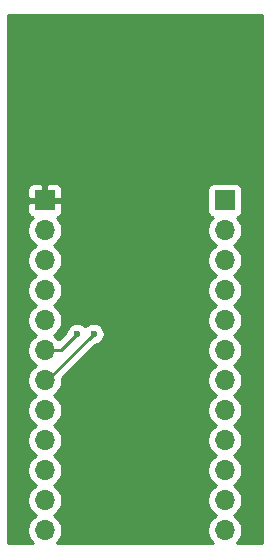
<source format=gbr>
%TF.GenerationSoftware,KiCad,Pcbnew,5.1.10-88a1d61d58~90~ubuntu20.04.1*%
%TF.CreationDate,2021-07-31T22:23:30+02:00*%
%TF.ProjectId,dwm_nano_shield,64776d5f-6e61-46e6-9f5f-736869656c64,rev?*%
%TF.SameCoordinates,Original*%
%TF.FileFunction,Copper,L2,Bot*%
%TF.FilePolarity,Positive*%
%FSLAX46Y46*%
G04 Gerber Fmt 4.6, Leading zero omitted, Abs format (unit mm)*
G04 Created by KiCad (PCBNEW 5.1.10-88a1d61d58~90~ubuntu20.04.1) date 2021-07-31 22:23:30*
%MOMM*%
%LPD*%
G01*
G04 APERTURE LIST*
%TA.AperFunction,ComponentPad*%
%ADD10O,1.700000X1.700000*%
%TD*%
%TA.AperFunction,ComponentPad*%
%ADD11R,1.700000X1.700000*%
%TD*%
%TA.AperFunction,ViaPad*%
%ADD12C,0.600000*%
%TD*%
%TA.AperFunction,Conductor*%
%ADD13C,0.250000*%
%TD*%
%TA.AperFunction,Conductor*%
%ADD14C,0.254000*%
%TD*%
%TA.AperFunction,Conductor*%
%ADD15C,0.100000*%
%TD*%
G04 APERTURE END LIST*
D10*
%TO.P,P2,12*%
%TO.N,/13*%
X154686000Y-106807000D03*
%TO.P,P2,11*%
%TO.N,+3V3*%
X154686000Y-104267000D03*
%TO.P,P2,10*%
%TO.N,/AREF*%
X154686000Y-101727000D03*
%TO.P,P2,9*%
%TO.N,/A0*%
X154686000Y-99187000D03*
%TO.P,P2,8*%
%TO.N,/A1*%
X154686000Y-96647000D03*
%TO.P,P2,7*%
%TO.N,/A2*%
X154686000Y-94107000D03*
%TO.P,P2,6*%
%TO.N,/A3*%
X154686000Y-91567000D03*
%TO.P,P2,5*%
%TO.N,/A4(SCK)*%
X154686000Y-89027000D03*
%TO.P,P2,4*%
%TO.N,/A5(MISO)*%
X154686000Y-86487000D03*
%TO.P,P2,3*%
%TO.N,/A6(MOSI)*%
X154686000Y-83947000D03*
%TO.P,P2,2*%
%TO.N,/A7(SS)*%
X154686000Y-81407000D03*
D11*
%TO.P,P2,1*%
%TO.N,Net-(P2-Pad1)*%
X154686000Y-78867000D03*
%TD*%
D10*
%TO.P,P1,12*%
%TO.N,/D12*%
X139446000Y-106807000D03*
%TO.P,P1,11*%
%TO.N,/D11*%
X139446000Y-104267000D03*
%TO.P,P1,10*%
%TO.N,/D10*%
X139446000Y-101727000D03*
%TO.P,P1,9*%
%TO.N,/D9*%
X139446000Y-99187000D03*
%TO.P,P1,8*%
%TO.N,/D8*%
X139446000Y-96647000D03*
%TO.P,P1,7*%
%TO.N,/D7*%
X139446000Y-94107000D03*
%TO.P,P1,6*%
%TO.N,/D6*%
X139446000Y-91567000D03*
%TO.P,P1,5*%
%TO.N,/D5*%
X139446000Y-89027000D03*
%TO.P,P1,4*%
%TO.N,/D4*%
X139446000Y-86487000D03*
%TO.P,P1,3*%
%TO.N,/D3*%
X139446000Y-83947000D03*
%TO.P,P1,2*%
%TO.N,/D2*%
X139446000Y-81407000D03*
D11*
%TO.P,P1,1*%
%TO.N,GND*%
X139446000Y-78867000D03*
%TD*%
D12*
%TO.N,GND*%
X144780000Y-84328000D03*
X149352000Y-84328000D03*
X138430000Y-69342000D03*
X151511000Y-73152000D03*
X150622000Y-73533000D03*
X145669000Y-73533000D03*
X151511000Y-67564000D03*
X151511000Y-64770000D03*
X142621000Y-73152000D03*
X148463000Y-73533000D03*
X142621000Y-70358000D03*
X142621000Y-67564000D03*
X142621000Y-64770000D03*
X151511000Y-70358000D03*
X148463000Y-70358000D03*
X145669000Y-70358000D03*
X148463000Y-67564000D03*
X145669000Y-67564000D03*
X148463000Y-64770000D03*
X145669000Y-64770000D03*
X143510000Y-73533000D03*
X143637000Y-106680000D03*
X143637000Y-106680000D03*
X143637000Y-106680000D03*
X143637000Y-106680000D03*
%TO.N,/D6*%
X142176500Y-90170000D03*
%TO.N,/D7*%
X143573500Y-90170000D03*
%TD*%
D13*
%TO.N,/D6*%
X140779500Y-91567000D02*
X139446000Y-91567000D01*
X142176500Y-90170000D02*
X140779500Y-91567000D01*
%TO.N,/D7*%
X139636500Y-94107000D02*
X139446000Y-94107000D01*
X143573500Y-90170000D02*
X139636500Y-94107000D01*
%TD*%
D14*
%TO.N,GND*%
X157811000Y-107900000D02*
X155693107Y-107900000D01*
X155839475Y-107753632D01*
X156001990Y-107510411D01*
X156113932Y-107240158D01*
X156171000Y-106953260D01*
X156171000Y-106660740D01*
X156113932Y-106373842D01*
X156001990Y-106103589D01*
X155839475Y-105860368D01*
X155632632Y-105653525D01*
X155458240Y-105537000D01*
X155632632Y-105420475D01*
X155839475Y-105213632D01*
X156001990Y-104970411D01*
X156113932Y-104700158D01*
X156171000Y-104413260D01*
X156171000Y-104120740D01*
X156113932Y-103833842D01*
X156001990Y-103563589D01*
X155839475Y-103320368D01*
X155632632Y-103113525D01*
X155458240Y-102997000D01*
X155632632Y-102880475D01*
X155839475Y-102673632D01*
X156001990Y-102430411D01*
X156113932Y-102160158D01*
X156171000Y-101873260D01*
X156171000Y-101580740D01*
X156113932Y-101293842D01*
X156001990Y-101023589D01*
X155839475Y-100780368D01*
X155632632Y-100573525D01*
X155458240Y-100457000D01*
X155632632Y-100340475D01*
X155839475Y-100133632D01*
X156001990Y-99890411D01*
X156113932Y-99620158D01*
X156171000Y-99333260D01*
X156171000Y-99040740D01*
X156113932Y-98753842D01*
X156001990Y-98483589D01*
X155839475Y-98240368D01*
X155632632Y-98033525D01*
X155458240Y-97917000D01*
X155632632Y-97800475D01*
X155839475Y-97593632D01*
X156001990Y-97350411D01*
X156113932Y-97080158D01*
X156171000Y-96793260D01*
X156171000Y-96500740D01*
X156113932Y-96213842D01*
X156001990Y-95943589D01*
X155839475Y-95700368D01*
X155632632Y-95493525D01*
X155458240Y-95377000D01*
X155632632Y-95260475D01*
X155839475Y-95053632D01*
X156001990Y-94810411D01*
X156113932Y-94540158D01*
X156171000Y-94253260D01*
X156171000Y-93960740D01*
X156113932Y-93673842D01*
X156001990Y-93403589D01*
X155839475Y-93160368D01*
X155632632Y-92953525D01*
X155458240Y-92837000D01*
X155632632Y-92720475D01*
X155839475Y-92513632D01*
X156001990Y-92270411D01*
X156113932Y-92000158D01*
X156171000Y-91713260D01*
X156171000Y-91420740D01*
X156113932Y-91133842D01*
X156001990Y-90863589D01*
X155839475Y-90620368D01*
X155632632Y-90413525D01*
X155458240Y-90297000D01*
X155632632Y-90180475D01*
X155839475Y-89973632D01*
X156001990Y-89730411D01*
X156113932Y-89460158D01*
X156171000Y-89173260D01*
X156171000Y-88880740D01*
X156113932Y-88593842D01*
X156001990Y-88323589D01*
X155839475Y-88080368D01*
X155632632Y-87873525D01*
X155458240Y-87757000D01*
X155632632Y-87640475D01*
X155839475Y-87433632D01*
X156001990Y-87190411D01*
X156113932Y-86920158D01*
X156171000Y-86633260D01*
X156171000Y-86340740D01*
X156113932Y-86053842D01*
X156001990Y-85783589D01*
X155839475Y-85540368D01*
X155632632Y-85333525D01*
X155458240Y-85217000D01*
X155632632Y-85100475D01*
X155839475Y-84893632D01*
X156001990Y-84650411D01*
X156113932Y-84380158D01*
X156171000Y-84093260D01*
X156171000Y-83800740D01*
X156113932Y-83513842D01*
X156001990Y-83243589D01*
X155839475Y-83000368D01*
X155632632Y-82793525D01*
X155458240Y-82677000D01*
X155632632Y-82560475D01*
X155839475Y-82353632D01*
X156001990Y-82110411D01*
X156113932Y-81840158D01*
X156171000Y-81553260D01*
X156171000Y-81260740D01*
X156113932Y-80973842D01*
X156001990Y-80703589D01*
X155839475Y-80460368D01*
X155707620Y-80328513D01*
X155780180Y-80306502D01*
X155890494Y-80247537D01*
X155987185Y-80168185D01*
X156066537Y-80071494D01*
X156125502Y-79961180D01*
X156161812Y-79841482D01*
X156174072Y-79717000D01*
X156174072Y-78017000D01*
X156161812Y-77892518D01*
X156125502Y-77772820D01*
X156066537Y-77662506D01*
X155987185Y-77565815D01*
X155890494Y-77486463D01*
X155780180Y-77427498D01*
X155660482Y-77391188D01*
X155536000Y-77378928D01*
X153836000Y-77378928D01*
X153711518Y-77391188D01*
X153591820Y-77427498D01*
X153481506Y-77486463D01*
X153384815Y-77565815D01*
X153305463Y-77662506D01*
X153246498Y-77772820D01*
X153210188Y-77892518D01*
X153197928Y-78017000D01*
X153197928Y-79717000D01*
X153210188Y-79841482D01*
X153246498Y-79961180D01*
X153305463Y-80071494D01*
X153384815Y-80168185D01*
X153481506Y-80247537D01*
X153591820Y-80306502D01*
X153664380Y-80328513D01*
X153532525Y-80460368D01*
X153370010Y-80703589D01*
X153258068Y-80973842D01*
X153201000Y-81260740D01*
X153201000Y-81553260D01*
X153258068Y-81840158D01*
X153370010Y-82110411D01*
X153532525Y-82353632D01*
X153739368Y-82560475D01*
X153913760Y-82677000D01*
X153739368Y-82793525D01*
X153532525Y-83000368D01*
X153370010Y-83243589D01*
X153258068Y-83513842D01*
X153201000Y-83800740D01*
X153201000Y-84093260D01*
X153258068Y-84380158D01*
X153370010Y-84650411D01*
X153532525Y-84893632D01*
X153739368Y-85100475D01*
X153913760Y-85217000D01*
X153739368Y-85333525D01*
X153532525Y-85540368D01*
X153370010Y-85783589D01*
X153258068Y-86053842D01*
X153201000Y-86340740D01*
X153201000Y-86633260D01*
X153258068Y-86920158D01*
X153370010Y-87190411D01*
X153532525Y-87433632D01*
X153739368Y-87640475D01*
X153913760Y-87757000D01*
X153739368Y-87873525D01*
X153532525Y-88080368D01*
X153370010Y-88323589D01*
X153258068Y-88593842D01*
X153201000Y-88880740D01*
X153201000Y-89173260D01*
X153258068Y-89460158D01*
X153370010Y-89730411D01*
X153532525Y-89973632D01*
X153739368Y-90180475D01*
X153913760Y-90297000D01*
X153739368Y-90413525D01*
X153532525Y-90620368D01*
X153370010Y-90863589D01*
X153258068Y-91133842D01*
X153201000Y-91420740D01*
X153201000Y-91713260D01*
X153258068Y-92000158D01*
X153370010Y-92270411D01*
X153532525Y-92513632D01*
X153739368Y-92720475D01*
X153913760Y-92837000D01*
X153739368Y-92953525D01*
X153532525Y-93160368D01*
X153370010Y-93403589D01*
X153258068Y-93673842D01*
X153201000Y-93960740D01*
X153201000Y-94253260D01*
X153258068Y-94540158D01*
X153370010Y-94810411D01*
X153532525Y-95053632D01*
X153739368Y-95260475D01*
X153913760Y-95377000D01*
X153739368Y-95493525D01*
X153532525Y-95700368D01*
X153370010Y-95943589D01*
X153258068Y-96213842D01*
X153201000Y-96500740D01*
X153201000Y-96793260D01*
X153258068Y-97080158D01*
X153370010Y-97350411D01*
X153532525Y-97593632D01*
X153739368Y-97800475D01*
X153913760Y-97917000D01*
X153739368Y-98033525D01*
X153532525Y-98240368D01*
X153370010Y-98483589D01*
X153258068Y-98753842D01*
X153201000Y-99040740D01*
X153201000Y-99333260D01*
X153258068Y-99620158D01*
X153370010Y-99890411D01*
X153532525Y-100133632D01*
X153739368Y-100340475D01*
X153913760Y-100457000D01*
X153739368Y-100573525D01*
X153532525Y-100780368D01*
X153370010Y-101023589D01*
X153258068Y-101293842D01*
X153201000Y-101580740D01*
X153201000Y-101873260D01*
X153258068Y-102160158D01*
X153370010Y-102430411D01*
X153532525Y-102673632D01*
X153739368Y-102880475D01*
X153913760Y-102997000D01*
X153739368Y-103113525D01*
X153532525Y-103320368D01*
X153370010Y-103563589D01*
X153258068Y-103833842D01*
X153201000Y-104120740D01*
X153201000Y-104413260D01*
X153258068Y-104700158D01*
X153370010Y-104970411D01*
X153532525Y-105213632D01*
X153739368Y-105420475D01*
X153913760Y-105537000D01*
X153739368Y-105653525D01*
X153532525Y-105860368D01*
X153370010Y-106103589D01*
X153258068Y-106373842D01*
X153201000Y-106660740D01*
X153201000Y-106953260D01*
X153258068Y-107240158D01*
X153370010Y-107510411D01*
X153532525Y-107753632D01*
X153678893Y-107900000D01*
X140453107Y-107900000D01*
X140599475Y-107753632D01*
X140761990Y-107510411D01*
X140873932Y-107240158D01*
X140931000Y-106953260D01*
X140931000Y-106660740D01*
X140873932Y-106373842D01*
X140761990Y-106103589D01*
X140599475Y-105860368D01*
X140392632Y-105653525D01*
X140218240Y-105537000D01*
X140392632Y-105420475D01*
X140599475Y-105213632D01*
X140761990Y-104970411D01*
X140873932Y-104700158D01*
X140931000Y-104413260D01*
X140931000Y-104120740D01*
X140873932Y-103833842D01*
X140761990Y-103563589D01*
X140599475Y-103320368D01*
X140392632Y-103113525D01*
X140218240Y-102997000D01*
X140392632Y-102880475D01*
X140599475Y-102673632D01*
X140761990Y-102430411D01*
X140873932Y-102160158D01*
X140931000Y-101873260D01*
X140931000Y-101580740D01*
X140873932Y-101293842D01*
X140761990Y-101023589D01*
X140599475Y-100780368D01*
X140392632Y-100573525D01*
X140218240Y-100457000D01*
X140392632Y-100340475D01*
X140599475Y-100133632D01*
X140761990Y-99890411D01*
X140873932Y-99620158D01*
X140931000Y-99333260D01*
X140931000Y-99040740D01*
X140873932Y-98753842D01*
X140761990Y-98483589D01*
X140599475Y-98240368D01*
X140392632Y-98033525D01*
X140218240Y-97917000D01*
X140392632Y-97800475D01*
X140599475Y-97593632D01*
X140761990Y-97350411D01*
X140873932Y-97080158D01*
X140931000Y-96793260D01*
X140931000Y-96500740D01*
X140873932Y-96213842D01*
X140761990Y-95943589D01*
X140599475Y-95700368D01*
X140392632Y-95493525D01*
X140218240Y-95377000D01*
X140392632Y-95260475D01*
X140599475Y-95053632D01*
X140761990Y-94810411D01*
X140873932Y-94540158D01*
X140931000Y-94253260D01*
X140931000Y-93960740D01*
X140918816Y-93899486D01*
X143725149Y-91093153D01*
X143846229Y-91069068D01*
X144016389Y-90998586D01*
X144169528Y-90896262D01*
X144299762Y-90766028D01*
X144402086Y-90612889D01*
X144472568Y-90442729D01*
X144508500Y-90262089D01*
X144508500Y-90077911D01*
X144472568Y-89897271D01*
X144402086Y-89727111D01*
X144299762Y-89573972D01*
X144169528Y-89443738D01*
X144016389Y-89341414D01*
X143846229Y-89270932D01*
X143665589Y-89235000D01*
X143481411Y-89235000D01*
X143300771Y-89270932D01*
X143130611Y-89341414D01*
X142977472Y-89443738D01*
X142875000Y-89546210D01*
X142772528Y-89443738D01*
X142619389Y-89341414D01*
X142449229Y-89270932D01*
X142268589Y-89235000D01*
X142084411Y-89235000D01*
X141903771Y-89270932D01*
X141733611Y-89341414D01*
X141580472Y-89443738D01*
X141450238Y-89573972D01*
X141347914Y-89727111D01*
X141277432Y-89897271D01*
X141253347Y-90018351D01*
X140620245Y-90651453D01*
X140599475Y-90620368D01*
X140392632Y-90413525D01*
X140218240Y-90297000D01*
X140392632Y-90180475D01*
X140599475Y-89973632D01*
X140761990Y-89730411D01*
X140873932Y-89460158D01*
X140931000Y-89173260D01*
X140931000Y-88880740D01*
X140873932Y-88593842D01*
X140761990Y-88323589D01*
X140599475Y-88080368D01*
X140392632Y-87873525D01*
X140218240Y-87757000D01*
X140392632Y-87640475D01*
X140599475Y-87433632D01*
X140761990Y-87190411D01*
X140873932Y-86920158D01*
X140931000Y-86633260D01*
X140931000Y-86340740D01*
X140873932Y-86053842D01*
X140761990Y-85783589D01*
X140599475Y-85540368D01*
X140392632Y-85333525D01*
X140218240Y-85217000D01*
X140392632Y-85100475D01*
X140599475Y-84893632D01*
X140761990Y-84650411D01*
X140873932Y-84380158D01*
X140931000Y-84093260D01*
X140931000Y-83800740D01*
X140873932Y-83513842D01*
X140761990Y-83243589D01*
X140599475Y-83000368D01*
X140392632Y-82793525D01*
X140218240Y-82677000D01*
X140392632Y-82560475D01*
X140599475Y-82353632D01*
X140761990Y-82110411D01*
X140873932Y-81840158D01*
X140931000Y-81553260D01*
X140931000Y-81260740D01*
X140873932Y-80973842D01*
X140761990Y-80703589D01*
X140599475Y-80460368D01*
X140467620Y-80328513D01*
X140540180Y-80306502D01*
X140650494Y-80247537D01*
X140747185Y-80168185D01*
X140826537Y-80071494D01*
X140885502Y-79961180D01*
X140921812Y-79841482D01*
X140934072Y-79717000D01*
X140931000Y-79152750D01*
X140772250Y-78994000D01*
X139573000Y-78994000D01*
X139573000Y-79014000D01*
X139319000Y-79014000D01*
X139319000Y-78994000D01*
X138119750Y-78994000D01*
X137961000Y-79152750D01*
X137957928Y-79717000D01*
X137970188Y-79841482D01*
X138006498Y-79961180D01*
X138065463Y-80071494D01*
X138144815Y-80168185D01*
X138241506Y-80247537D01*
X138351820Y-80306502D01*
X138424380Y-80328513D01*
X138292525Y-80460368D01*
X138130010Y-80703589D01*
X138018068Y-80973842D01*
X137961000Y-81260740D01*
X137961000Y-81553260D01*
X138018068Y-81840158D01*
X138130010Y-82110411D01*
X138292525Y-82353632D01*
X138499368Y-82560475D01*
X138673760Y-82677000D01*
X138499368Y-82793525D01*
X138292525Y-83000368D01*
X138130010Y-83243589D01*
X138018068Y-83513842D01*
X137961000Y-83800740D01*
X137961000Y-84093260D01*
X138018068Y-84380158D01*
X138130010Y-84650411D01*
X138292525Y-84893632D01*
X138499368Y-85100475D01*
X138673760Y-85217000D01*
X138499368Y-85333525D01*
X138292525Y-85540368D01*
X138130010Y-85783589D01*
X138018068Y-86053842D01*
X137961000Y-86340740D01*
X137961000Y-86633260D01*
X138018068Y-86920158D01*
X138130010Y-87190411D01*
X138292525Y-87433632D01*
X138499368Y-87640475D01*
X138673760Y-87757000D01*
X138499368Y-87873525D01*
X138292525Y-88080368D01*
X138130010Y-88323589D01*
X138018068Y-88593842D01*
X137961000Y-88880740D01*
X137961000Y-89173260D01*
X138018068Y-89460158D01*
X138130010Y-89730411D01*
X138292525Y-89973632D01*
X138499368Y-90180475D01*
X138673760Y-90297000D01*
X138499368Y-90413525D01*
X138292525Y-90620368D01*
X138130010Y-90863589D01*
X138018068Y-91133842D01*
X137961000Y-91420740D01*
X137961000Y-91713260D01*
X138018068Y-92000158D01*
X138130010Y-92270411D01*
X138292525Y-92513632D01*
X138499368Y-92720475D01*
X138673760Y-92837000D01*
X138499368Y-92953525D01*
X138292525Y-93160368D01*
X138130010Y-93403589D01*
X138018068Y-93673842D01*
X137961000Y-93960740D01*
X137961000Y-94253260D01*
X138018068Y-94540158D01*
X138130010Y-94810411D01*
X138292525Y-95053632D01*
X138499368Y-95260475D01*
X138673760Y-95377000D01*
X138499368Y-95493525D01*
X138292525Y-95700368D01*
X138130010Y-95943589D01*
X138018068Y-96213842D01*
X137961000Y-96500740D01*
X137961000Y-96793260D01*
X138018068Y-97080158D01*
X138130010Y-97350411D01*
X138292525Y-97593632D01*
X138499368Y-97800475D01*
X138673760Y-97917000D01*
X138499368Y-98033525D01*
X138292525Y-98240368D01*
X138130010Y-98483589D01*
X138018068Y-98753842D01*
X137961000Y-99040740D01*
X137961000Y-99333260D01*
X138018068Y-99620158D01*
X138130010Y-99890411D01*
X138292525Y-100133632D01*
X138499368Y-100340475D01*
X138673760Y-100457000D01*
X138499368Y-100573525D01*
X138292525Y-100780368D01*
X138130010Y-101023589D01*
X138018068Y-101293842D01*
X137961000Y-101580740D01*
X137961000Y-101873260D01*
X138018068Y-102160158D01*
X138130010Y-102430411D01*
X138292525Y-102673632D01*
X138499368Y-102880475D01*
X138673760Y-102997000D01*
X138499368Y-103113525D01*
X138292525Y-103320368D01*
X138130010Y-103563589D01*
X138018068Y-103833842D01*
X137961000Y-104120740D01*
X137961000Y-104413260D01*
X138018068Y-104700158D01*
X138130010Y-104970411D01*
X138292525Y-105213632D01*
X138499368Y-105420475D01*
X138673760Y-105537000D01*
X138499368Y-105653525D01*
X138292525Y-105860368D01*
X138130010Y-106103589D01*
X138018068Y-106373842D01*
X137961000Y-106660740D01*
X137961000Y-106953260D01*
X138018068Y-107240158D01*
X138130010Y-107510411D01*
X138292525Y-107753632D01*
X138438893Y-107900000D01*
X136321000Y-107900000D01*
X136321000Y-78017000D01*
X137957928Y-78017000D01*
X137961000Y-78581250D01*
X138119750Y-78740000D01*
X139319000Y-78740000D01*
X139319000Y-77540750D01*
X139573000Y-77540750D01*
X139573000Y-78740000D01*
X140772250Y-78740000D01*
X140931000Y-78581250D01*
X140934072Y-78017000D01*
X140921812Y-77892518D01*
X140885502Y-77772820D01*
X140826537Y-77662506D01*
X140747185Y-77565815D01*
X140650494Y-77486463D01*
X140540180Y-77427498D01*
X140420482Y-77391188D01*
X140296000Y-77378928D01*
X139731750Y-77382000D01*
X139573000Y-77540750D01*
X139319000Y-77540750D01*
X139160250Y-77382000D01*
X138596000Y-77378928D01*
X138471518Y-77391188D01*
X138351820Y-77427498D01*
X138241506Y-77486463D01*
X138144815Y-77565815D01*
X138065463Y-77662506D01*
X138006498Y-77772820D01*
X137970188Y-77892518D01*
X137957928Y-78017000D01*
X136321000Y-78017000D01*
X136321000Y-63169000D01*
X157811001Y-63169000D01*
X157811000Y-107900000D01*
%TA.AperFunction,Conductor*%
D15*
G36*
X157811000Y-107900000D02*
G01*
X155693107Y-107900000D01*
X155839475Y-107753632D01*
X156001990Y-107510411D01*
X156113932Y-107240158D01*
X156171000Y-106953260D01*
X156171000Y-106660740D01*
X156113932Y-106373842D01*
X156001990Y-106103589D01*
X155839475Y-105860368D01*
X155632632Y-105653525D01*
X155458240Y-105537000D01*
X155632632Y-105420475D01*
X155839475Y-105213632D01*
X156001990Y-104970411D01*
X156113932Y-104700158D01*
X156171000Y-104413260D01*
X156171000Y-104120740D01*
X156113932Y-103833842D01*
X156001990Y-103563589D01*
X155839475Y-103320368D01*
X155632632Y-103113525D01*
X155458240Y-102997000D01*
X155632632Y-102880475D01*
X155839475Y-102673632D01*
X156001990Y-102430411D01*
X156113932Y-102160158D01*
X156171000Y-101873260D01*
X156171000Y-101580740D01*
X156113932Y-101293842D01*
X156001990Y-101023589D01*
X155839475Y-100780368D01*
X155632632Y-100573525D01*
X155458240Y-100457000D01*
X155632632Y-100340475D01*
X155839475Y-100133632D01*
X156001990Y-99890411D01*
X156113932Y-99620158D01*
X156171000Y-99333260D01*
X156171000Y-99040740D01*
X156113932Y-98753842D01*
X156001990Y-98483589D01*
X155839475Y-98240368D01*
X155632632Y-98033525D01*
X155458240Y-97917000D01*
X155632632Y-97800475D01*
X155839475Y-97593632D01*
X156001990Y-97350411D01*
X156113932Y-97080158D01*
X156171000Y-96793260D01*
X156171000Y-96500740D01*
X156113932Y-96213842D01*
X156001990Y-95943589D01*
X155839475Y-95700368D01*
X155632632Y-95493525D01*
X155458240Y-95377000D01*
X155632632Y-95260475D01*
X155839475Y-95053632D01*
X156001990Y-94810411D01*
X156113932Y-94540158D01*
X156171000Y-94253260D01*
X156171000Y-93960740D01*
X156113932Y-93673842D01*
X156001990Y-93403589D01*
X155839475Y-93160368D01*
X155632632Y-92953525D01*
X155458240Y-92837000D01*
X155632632Y-92720475D01*
X155839475Y-92513632D01*
X156001990Y-92270411D01*
X156113932Y-92000158D01*
X156171000Y-91713260D01*
X156171000Y-91420740D01*
X156113932Y-91133842D01*
X156001990Y-90863589D01*
X155839475Y-90620368D01*
X155632632Y-90413525D01*
X155458240Y-90297000D01*
X155632632Y-90180475D01*
X155839475Y-89973632D01*
X156001990Y-89730411D01*
X156113932Y-89460158D01*
X156171000Y-89173260D01*
X156171000Y-88880740D01*
X156113932Y-88593842D01*
X156001990Y-88323589D01*
X155839475Y-88080368D01*
X155632632Y-87873525D01*
X155458240Y-87757000D01*
X155632632Y-87640475D01*
X155839475Y-87433632D01*
X156001990Y-87190411D01*
X156113932Y-86920158D01*
X156171000Y-86633260D01*
X156171000Y-86340740D01*
X156113932Y-86053842D01*
X156001990Y-85783589D01*
X155839475Y-85540368D01*
X155632632Y-85333525D01*
X155458240Y-85217000D01*
X155632632Y-85100475D01*
X155839475Y-84893632D01*
X156001990Y-84650411D01*
X156113932Y-84380158D01*
X156171000Y-84093260D01*
X156171000Y-83800740D01*
X156113932Y-83513842D01*
X156001990Y-83243589D01*
X155839475Y-83000368D01*
X155632632Y-82793525D01*
X155458240Y-82677000D01*
X155632632Y-82560475D01*
X155839475Y-82353632D01*
X156001990Y-82110411D01*
X156113932Y-81840158D01*
X156171000Y-81553260D01*
X156171000Y-81260740D01*
X156113932Y-80973842D01*
X156001990Y-80703589D01*
X155839475Y-80460368D01*
X155707620Y-80328513D01*
X155780180Y-80306502D01*
X155890494Y-80247537D01*
X155987185Y-80168185D01*
X156066537Y-80071494D01*
X156125502Y-79961180D01*
X156161812Y-79841482D01*
X156174072Y-79717000D01*
X156174072Y-78017000D01*
X156161812Y-77892518D01*
X156125502Y-77772820D01*
X156066537Y-77662506D01*
X155987185Y-77565815D01*
X155890494Y-77486463D01*
X155780180Y-77427498D01*
X155660482Y-77391188D01*
X155536000Y-77378928D01*
X153836000Y-77378928D01*
X153711518Y-77391188D01*
X153591820Y-77427498D01*
X153481506Y-77486463D01*
X153384815Y-77565815D01*
X153305463Y-77662506D01*
X153246498Y-77772820D01*
X153210188Y-77892518D01*
X153197928Y-78017000D01*
X153197928Y-79717000D01*
X153210188Y-79841482D01*
X153246498Y-79961180D01*
X153305463Y-80071494D01*
X153384815Y-80168185D01*
X153481506Y-80247537D01*
X153591820Y-80306502D01*
X153664380Y-80328513D01*
X153532525Y-80460368D01*
X153370010Y-80703589D01*
X153258068Y-80973842D01*
X153201000Y-81260740D01*
X153201000Y-81553260D01*
X153258068Y-81840158D01*
X153370010Y-82110411D01*
X153532525Y-82353632D01*
X153739368Y-82560475D01*
X153913760Y-82677000D01*
X153739368Y-82793525D01*
X153532525Y-83000368D01*
X153370010Y-83243589D01*
X153258068Y-83513842D01*
X153201000Y-83800740D01*
X153201000Y-84093260D01*
X153258068Y-84380158D01*
X153370010Y-84650411D01*
X153532525Y-84893632D01*
X153739368Y-85100475D01*
X153913760Y-85217000D01*
X153739368Y-85333525D01*
X153532525Y-85540368D01*
X153370010Y-85783589D01*
X153258068Y-86053842D01*
X153201000Y-86340740D01*
X153201000Y-86633260D01*
X153258068Y-86920158D01*
X153370010Y-87190411D01*
X153532525Y-87433632D01*
X153739368Y-87640475D01*
X153913760Y-87757000D01*
X153739368Y-87873525D01*
X153532525Y-88080368D01*
X153370010Y-88323589D01*
X153258068Y-88593842D01*
X153201000Y-88880740D01*
X153201000Y-89173260D01*
X153258068Y-89460158D01*
X153370010Y-89730411D01*
X153532525Y-89973632D01*
X153739368Y-90180475D01*
X153913760Y-90297000D01*
X153739368Y-90413525D01*
X153532525Y-90620368D01*
X153370010Y-90863589D01*
X153258068Y-91133842D01*
X153201000Y-91420740D01*
X153201000Y-91713260D01*
X153258068Y-92000158D01*
X153370010Y-92270411D01*
X153532525Y-92513632D01*
X153739368Y-92720475D01*
X153913760Y-92837000D01*
X153739368Y-92953525D01*
X153532525Y-93160368D01*
X153370010Y-93403589D01*
X153258068Y-93673842D01*
X153201000Y-93960740D01*
X153201000Y-94253260D01*
X153258068Y-94540158D01*
X153370010Y-94810411D01*
X153532525Y-95053632D01*
X153739368Y-95260475D01*
X153913760Y-95377000D01*
X153739368Y-95493525D01*
X153532525Y-95700368D01*
X153370010Y-95943589D01*
X153258068Y-96213842D01*
X153201000Y-96500740D01*
X153201000Y-96793260D01*
X153258068Y-97080158D01*
X153370010Y-97350411D01*
X153532525Y-97593632D01*
X153739368Y-97800475D01*
X153913760Y-97917000D01*
X153739368Y-98033525D01*
X153532525Y-98240368D01*
X153370010Y-98483589D01*
X153258068Y-98753842D01*
X153201000Y-99040740D01*
X153201000Y-99333260D01*
X153258068Y-99620158D01*
X153370010Y-99890411D01*
X153532525Y-100133632D01*
X153739368Y-100340475D01*
X153913760Y-100457000D01*
X153739368Y-100573525D01*
X153532525Y-100780368D01*
X153370010Y-101023589D01*
X153258068Y-101293842D01*
X153201000Y-101580740D01*
X153201000Y-101873260D01*
X153258068Y-102160158D01*
X153370010Y-102430411D01*
X153532525Y-102673632D01*
X153739368Y-102880475D01*
X153913760Y-102997000D01*
X153739368Y-103113525D01*
X153532525Y-103320368D01*
X153370010Y-103563589D01*
X153258068Y-103833842D01*
X153201000Y-104120740D01*
X153201000Y-104413260D01*
X153258068Y-104700158D01*
X153370010Y-104970411D01*
X153532525Y-105213632D01*
X153739368Y-105420475D01*
X153913760Y-105537000D01*
X153739368Y-105653525D01*
X153532525Y-105860368D01*
X153370010Y-106103589D01*
X153258068Y-106373842D01*
X153201000Y-106660740D01*
X153201000Y-106953260D01*
X153258068Y-107240158D01*
X153370010Y-107510411D01*
X153532525Y-107753632D01*
X153678893Y-107900000D01*
X140453107Y-107900000D01*
X140599475Y-107753632D01*
X140761990Y-107510411D01*
X140873932Y-107240158D01*
X140931000Y-106953260D01*
X140931000Y-106660740D01*
X140873932Y-106373842D01*
X140761990Y-106103589D01*
X140599475Y-105860368D01*
X140392632Y-105653525D01*
X140218240Y-105537000D01*
X140392632Y-105420475D01*
X140599475Y-105213632D01*
X140761990Y-104970411D01*
X140873932Y-104700158D01*
X140931000Y-104413260D01*
X140931000Y-104120740D01*
X140873932Y-103833842D01*
X140761990Y-103563589D01*
X140599475Y-103320368D01*
X140392632Y-103113525D01*
X140218240Y-102997000D01*
X140392632Y-102880475D01*
X140599475Y-102673632D01*
X140761990Y-102430411D01*
X140873932Y-102160158D01*
X140931000Y-101873260D01*
X140931000Y-101580740D01*
X140873932Y-101293842D01*
X140761990Y-101023589D01*
X140599475Y-100780368D01*
X140392632Y-100573525D01*
X140218240Y-100457000D01*
X140392632Y-100340475D01*
X140599475Y-100133632D01*
X140761990Y-99890411D01*
X140873932Y-99620158D01*
X140931000Y-99333260D01*
X140931000Y-99040740D01*
X140873932Y-98753842D01*
X140761990Y-98483589D01*
X140599475Y-98240368D01*
X140392632Y-98033525D01*
X140218240Y-97917000D01*
X140392632Y-97800475D01*
X140599475Y-97593632D01*
X140761990Y-97350411D01*
X140873932Y-97080158D01*
X140931000Y-96793260D01*
X140931000Y-96500740D01*
X140873932Y-96213842D01*
X140761990Y-95943589D01*
X140599475Y-95700368D01*
X140392632Y-95493525D01*
X140218240Y-95377000D01*
X140392632Y-95260475D01*
X140599475Y-95053632D01*
X140761990Y-94810411D01*
X140873932Y-94540158D01*
X140931000Y-94253260D01*
X140931000Y-93960740D01*
X140918816Y-93899486D01*
X143725149Y-91093153D01*
X143846229Y-91069068D01*
X144016389Y-90998586D01*
X144169528Y-90896262D01*
X144299762Y-90766028D01*
X144402086Y-90612889D01*
X144472568Y-90442729D01*
X144508500Y-90262089D01*
X144508500Y-90077911D01*
X144472568Y-89897271D01*
X144402086Y-89727111D01*
X144299762Y-89573972D01*
X144169528Y-89443738D01*
X144016389Y-89341414D01*
X143846229Y-89270932D01*
X143665589Y-89235000D01*
X143481411Y-89235000D01*
X143300771Y-89270932D01*
X143130611Y-89341414D01*
X142977472Y-89443738D01*
X142875000Y-89546210D01*
X142772528Y-89443738D01*
X142619389Y-89341414D01*
X142449229Y-89270932D01*
X142268589Y-89235000D01*
X142084411Y-89235000D01*
X141903771Y-89270932D01*
X141733611Y-89341414D01*
X141580472Y-89443738D01*
X141450238Y-89573972D01*
X141347914Y-89727111D01*
X141277432Y-89897271D01*
X141253347Y-90018351D01*
X140620245Y-90651453D01*
X140599475Y-90620368D01*
X140392632Y-90413525D01*
X140218240Y-90297000D01*
X140392632Y-90180475D01*
X140599475Y-89973632D01*
X140761990Y-89730411D01*
X140873932Y-89460158D01*
X140931000Y-89173260D01*
X140931000Y-88880740D01*
X140873932Y-88593842D01*
X140761990Y-88323589D01*
X140599475Y-88080368D01*
X140392632Y-87873525D01*
X140218240Y-87757000D01*
X140392632Y-87640475D01*
X140599475Y-87433632D01*
X140761990Y-87190411D01*
X140873932Y-86920158D01*
X140931000Y-86633260D01*
X140931000Y-86340740D01*
X140873932Y-86053842D01*
X140761990Y-85783589D01*
X140599475Y-85540368D01*
X140392632Y-85333525D01*
X140218240Y-85217000D01*
X140392632Y-85100475D01*
X140599475Y-84893632D01*
X140761990Y-84650411D01*
X140873932Y-84380158D01*
X140931000Y-84093260D01*
X140931000Y-83800740D01*
X140873932Y-83513842D01*
X140761990Y-83243589D01*
X140599475Y-83000368D01*
X140392632Y-82793525D01*
X140218240Y-82677000D01*
X140392632Y-82560475D01*
X140599475Y-82353632D01*
X140761990Y-82110411D01*
X140873932Y-81840158D01*
X140931000Y-81553260D01*
X140931000Y-81260740D01*
X140873932Y-80973842D01*
X140761990Y-80703589D01*
X140599475Y-80460368D01*
X140467620Y-80328513D01*
X140540180Y-80306502D01*
X140650494Y-80247537D01*
X140747185Y-80168185D01*
X140826537Y-80071494D01*
X140885502Y-79961180D01*
X140921812Y-79841482D01*
X140934072Y-79717000D01*
X140931000Y-79152750D01*
X140772250Y-78994000D01*
X139573000Y-78994000D01*
X139573000Y-79014000D01*
X139319000Y-79014000D01*
X139319000Y-78994000D01*
X138119750Y-78994000D01*
X137961000Y-79152750D01*
X137957928Y-79717000D01*
X137970188Y-79841482D01*
X138006498Y-79961180D01*
X138065463Y-80071494D01*
X138144815Y-80168185D01*
X138241506Y-80247537D01*
X138351820Y-80306502D01*
X138424380Y-80328513D01*
X138292525Y-80460368D01*
X138130010Y-80703589D01*
X138018068Y-80973842D01*
X137961000Y-81260740D01*
X137961000Y-81553260D01*
X138018068Y-81840158D01*
X138130010Y-82110411D01*
X138292525Y-82353632D01*
X138499368Y-82560475D01*
X138673760Y-82677000D01*
X138499368Y-82793525D01*
X138292525Y-83000368D01*
X138130010Y-83243589D01*
X138018068Y-83513842D01*
X137961000Y-83800740D01*
X137961000Y-84093260D01*
X138018068Y-84380158D01*
X138130010Y-84650411D01*
X138292525Y-84893632D01*
X138499368Y-85100475D01*
X138673760Y-85217000D01*
X138499368Y-85333525D01*
X138292525Y-85540368D01*
X138130010Y-85783589D01*
X138018068Y-86053842D01*
X137961000Y-86340740D01*
X137961000Y-86633260D01*
X138018068Y-86920158D01*
X138130010Y-87190411D01*
X138292525Y-87433632D01*
X138499368Y-87640475D01*
X138673760Y-87757000D01*
X138499368Y-87873525D01*
X138292525Y-88080368D01*
X138130010Y-88323589D01*
X138018068Y-88593842D01*
X137961000Y-88880740D01*
X137961000Y-89173260D01*
X138018068Y-89460158D01*
X138130010Y-89730411D01*
X138292525Y-89973632D01*
X138499368Y-90180475D01*
X138673760Y-90297000D01*
X138499368Y-90413525D01*
X138292525Y-90620368D01*
X138130010Y-90863589D01*
X138018068Y-91133842D01*
X137961000Y-91420740D01*
X137961000Y-91713260D01*
X138018068Y-92000158D01*
X138130010Y-92270411D01*
X138292525Y-92513632D01*
X138499368Y-92720475D01*
X138673760Y-92837000D01*
X138499368Y-92953525D01*
X138292525Y-93160368D01*
X138130010Y-93403589D01*
X138018068Y-93673842D01*
X137961000Y-93960740D01*
X137961000Y-94253260D01*
X138018068Y-94540158D01*
X138130010Y-94810411D01*
X138292525Y-95053632D01*
X138499368Y-95260475D01*
X138673760Y-95377000D01*
X138499368Y-95493525D01*
X138292525Y-95700368D01*
X138130010Y-95943589D01*
X138018068Y-96213842D01*
X137961000Y-96500740D01*
X137961000Y-96793260D01*
X138018068Y-97080158D01*
X138130010Y-97350411D01*
X138292525Y-97593632D01*
X138499368Y-97800475D01*
X138673760Y-97917000D01*
X138499368Y-98033525D01*
X138292525Y-98240368D01*
X138130010Y-98483589D01*
X138018068Y-98753842D01*
X137961000Y-99040740D01*
X137961000Y-99333260D01*
X138018068Y-99620158D01*
X138130010Y-99890411D01*
X138292525Y-100133632D01*
X138499368Y-100340475D01*
X138673760Y-100457000D01*
X138499368Y-100573525D01*
X138292525Y-100780368D01*
X138130010Y-101023589D01*
X138018068Y-101293842D01*
X137961000Y-101580740D01*
X137961000Y-101873260D01*
X138018068Y-102160158D01*
X138130010Y-102430411D01*
X138292525Y-102673632D01*
X138499368Y-102880475D01*
X138673760Y-102997000D01*
X138499368Y-103113525D01*
X138292525Y-103320368D01*
X138130010Y-103563589D01*
X138018068Y-103833842D01*
X137961000Y-104120740D01*
X137961000Y-104413260D01*
X138018068Y-104700158D01*
X138130010Y-104970411D01*
X138292525Y-105213632D01*
X138499368Y-105420475D01*
X138673760Y-105537000D01*
X138499368Y-105653525D01*
X138292525Y-105860368D01*
X138130010Y-106103589D01*
X138018068Y-106373842D01*
X137961000Y-106660740D01*
X137961000Y-106953260D01*
X138018068Y-107240158D01*
X138130010Y-107510411D01*
X138292525Y-107753632D01*
X138438893Y-107900000D01*
X136321000Y-107900000D01*
X136321000Y-78017000D01*
X137957928Y-78017000D01*
X137961000Y-78581250D01*
X138119750Y-78740000D01*
X139319000Y-78740000D01*
X139319000Y-77540750D01*
X139573000Y-77540750D01*
X139573000Y-78740000D01*
X140772250Y-78740000D01*
X140931000Y-78581250D01*
X140934072Y-78017000D01*
X140921812Y-77892518D01*
X140885502Y-77772820D01*
X140826537Y-77662506D01*
X140747185Y-77565815D01*
X140650494Y-77486463D01*
X140540180Y-77427498D01*
X140420482Y-77391188D01*
X140296000Y-77378928D01*
X139731750Y-77382000D01*
X139573000Y-77540750D01*
X139319000Y-77540750D01*
X139160250Y-77382000D01*
X138596000Y-77378928D01*
X138471518Y-77391188D01*
X138351820Y-77427498D01*
X138241506Y-77486463D01*
X138144815Y-77565815D01*
X138065463Y-77662506D01*
X138006498Y-77772820D01*
X137970188Y-77892518D01*
X137957928Y-78017000D01*
X136321000Y-78017000D01*
X136321000Y-63169000D01*
X157811001Y-63169000D01*
X157811000Y-107900000D01*
G37*
%TD.AperFunction*%
%TD*%
M02*

</source>
